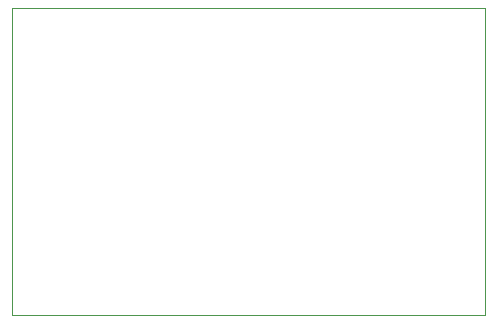
<source format=gbr>
%TF.GenerationSoftware,KiCad,Pcbnew,6.0.10+dfsg-1~bpo11+1*%
%TF.CreationDate,2023-01-17T09:00:29+03:00*%
%TF.ProjectId,e22-22dBm,6532322d-3232-4644-926d-2e6b69636164,rev?*%
%TF.SameCoordinates,Original*%
%TF.FileFunction,Profile,NP*%
%FSLAX46Y46*%
G04 Gerber Fmt 4.6, Leading zero omitted, Abs format (unit mm)*
G04 Created by KiCad (PCBNEW 6.0.10+dfsg-1~bpo11+1) date 2023-01-17 09:00:29*
%MOMM*%
%LPD*%
G01*
G04 APERTURE LIST*
%TA.AperFunction,Profile*%
%ADD10C,0.100000*%
%TD*%
G04 APERTURE END LIST*
D10*
X130000000Y-87000000D02*
X170000000Y-87000000D01*
X170000000Y-87000000D02*
X170000000Y-113000000D01*
X170000000Y-113000000D02*
X130000000Y-113000000D01*
X130000000Y-113000000D02*
X130000000Y-87000000D01*
M02*

</source>
